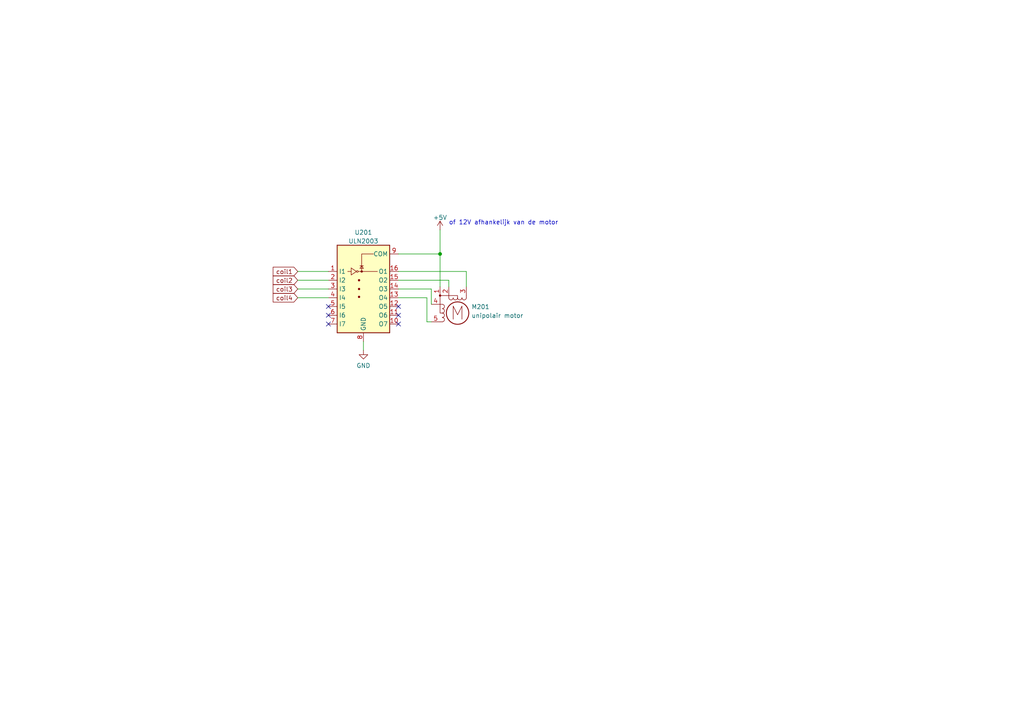
<source format=kicad_sch>
(kicad_sch (version 20211123) (generator eeschema)
  (paper "A4")
  (lib_symbols
    (symbol "Motor:Stepper_Motor_unipolar_5pin" (pin_names (offset 0) hide)
      (property "Reference" "M" (at 3.81 2.54 0))
      (property "Value" "Stepper_Motor_unipolar_5pin" (at 3.81 1.27 0))
      (symbol "Stepper_Motor_unipolar_5pin_0_0"
        (polyline (pts (xy -1.27 -1.778) (xy -1.27 2.032) (xy 0 -0.508) (xy 1.27 2.032) (xy 1.27 -1.778)))
      )
      (symbol "Stepper_Motor_unipolar_5pin_0_1"
        (circle (center -5.08 5.08) (radius 0.0001) (fill (type outline)))
        (circle (center -5.08 5.08) (radius 0.254) (fill (type outline)))
        (arc (start -4.445 -2.54) (mid -3.81 -1.905) (end -4.445 -1.27))
        (arc (start -4.445 -1.27) (mid -3.81 -0.635) (end -4.445 0))
        (arc (start -4.445 0) (mid -3.81 0.635) (end -4.445 1.27))
        (arc (start -4.445 1.27) (mid -3.81 1.905) (end -4.445 2.54))
        (arc (start -2.54 4.445) (mid -1.905 3.81) (end -1.27 4.445))
        (arc (start -1.27 4.445) (mid -0.635 3.81) (end 0 4.445))
        (polyline (pts (xy -5.08 -2.54) (xy -4.445 -2.54)))
        (polyline (pts (xy -5.08 2.54) (xy -4.445 2.54)))
        (polyline (pts (xy -2.54 4.445) (xy -2.54 5.08)))
        (polyline (pts (xy 2.54 4.445) (xy 2.54 5.08)))
        (polyline (pts (xy -5.08 5.08) (xy -5.08 0) (xy -4.445 0)))
        (polyline (pts (xy 0 4.445) (xy 0 5.08) (xy -5.08 5.08)))
        (circle (center 0 0) (radius 3.2512) (stroke (width 0.254)))
        (arc (start 0 4.445) (mid 0.635 3.81) (end 1.27 4.445))
        (arc (start 1.27 4.445) (mid 1.905 3.81) (end 2.54 4.445))
      )
      (symbol "Stepper_Motor_unipolar_5pin_1_1"
        (pin passive line (at -5.08 7.62 270) (length 2.54) (name "~") (number "1"))
        (pin passive line (at -2.54 7.62 270) (length 2.54) (name "~") (number "2"))
        (pin passive line (at 2.54 7.62 270) (length 2.54) (name "-") (number "3"))
        (pin passive line (at -7.62 2.54 0) (length 2.54) (name "~") (number "4"))
        (pin passive line (at -7.62 -2.54 0) (length 2.54) (name "~") (number "5"))
      )
    )
    (symbol "Transistor_Array:ULN2003"
      (property "Reference" "U" (at 0 15.875 0))
      (property "Value" "ULN2003" (at 0 13.97 0))
      (symbol "ULN2003_0_1"
        (rectangle (start -7.62 -12.7) (end 7.62 12.7) (stroke (width 0.254)) (fill (type background)))
        (circle (center -1.778 5.08) (radius 0.254))
        (circle (center -1.27 -2.286) (radius 0.254) (fill (type outline)))
        (circle (center -1.27 0) (radius 0.254) (fill (type outline)))
        (circle (center -1.27 2.54) (radius 0.254) (fill (type outline)))
        (circle (center -0.508 5.08) (radius 0.254) (fill (type outline)))
        (polyline (pts (xy -4.572 5.08) (xy -3.556 5.08)))
        (polyline (pts (xy -1.524 5.08) (xy 4.064 5.08)))
        (polyline (pts (xy 0 6.731) (xy -1.016 6.731)))
        (polyline (pts (xy -0.508 5.08) (xy -0.508 10.16) (xy 2.921 10.16)))
        (polyline (pts (xy -3.556 6.096) (xy -3.556 4.064) (xy -2.032 5.08) (xy -3.556 6.096)))
        (polyline (pts (xy 0 5.969) (xy -1.016 5.969) (xy -0.508 6.731) (xy 0 5.969)))
      )
      (symbol "ULN2003_1_1"
        (pin input line (at -10.16 5.08 0) (length 2.54) (name "I1") (number "1"))
        (pin open_collector line (at 10.16 -10.16 180) (length 2.54) (name "O7") (number "10"))
        (pin open_collector line (at 10.16 -7.62 180) (length 2.54) (name "O6") (number "11"))
        (pin open_collector line (at 10.16 -5.08 180) (length 2.54) (name "O5") (number "12"))
        (pin open_collector line (at 10.16 -2.54 180) (length 2.54) (name "O4") (number "13"))
        (pin open_collector line (at 10.16 0 180) (length 2.54) (name "O3") (number "14"))
        (pin open_collector line (at 10.16 2.54 180) (length 2.54) (name "O2") (number "15"))
        (pin open_collector line (at 10.16 5.08 180) (length 2.54) (name "O1") (number "16"))
        (pin input line (at -10.16 2.54 0) (length 2.54) (name "I2") (number "2"))
        (pin input line (at -10.16 0 0) (length 2.54) (name "I3") (number "3"))
        (pin input line (at -10.16 -2.54 0) (length 2.54) (name "I4") (number "4"))
        (pin input line (at -10.16 -5.08 0) (length 2.54) (name "I5") (number "5"))
        (pin input line (at -10.16 -7.62 0) (length 2.54) (name "I6") (number "6"))
        (pin input line (at -10.16 -10.16 0) (length 2.54) (name "I7") (number "7"))
        (pin power_in line (at 0 -15.24 90) (length 2.54) (name "GND") (number "8"))
        (pin passive line (at 10.16 10.16 180) (length 2.54) (name "COM") (number "9"))
      )
    )
    (symbol "power:+5V" (power) (pin_names (offset 0))
      (property "Value" "+5V" (at 0 3.556 0))
      (symbol "+5V_0_1"
        (polyline (pts (xy -0.762 1.27) (xy 0 2.54)))
        (polyline (pts (xy 0 0) (xy 0 2.54)))
        (polyline (pts (xy 0 2.54) (xy 0.762 1.27)))
      )
      (symbol "+5V_1_1"
        (pin power_in line (at 0 0 90) (length 0) hide (name "+5V") (number "1"))
      )
    )
    (symbol "power:GND" (power) (pin_names (offset 0))
      (property "Value" "GND" (at 0 -3.81 0))
      (symbol "GND_0_1"
        (polyline (pts (xy 0 0) (xy 0 -1.27) (xy 1.27 -1.27) (xy 0 -2.54) (xy -1.27 -1.27) (xy 0 -1.27)))
      )
      (symbol "GND_1_1"
        (pin power_in line (at 0 0 270) (length 0) hide (name "GND") (number "1"))
      )
    )
  )
  (junction (at 127.635 73.66))
  (no_connect (at 95.25 88.9))
  (no_connect (at 115.57 91.44))
  (no_connect (at 115.57 88.9))
  (no_connect (at 95.25 93.98))
  (no_connect (at 95.25 91.44))
  (no_connect (at 115.57 93.98))
  (wire (pts (xy 86.36 81.28) (xy 95.25 81.28)))
  (wire (pts (xy 127.635 66.675) (xy 127.635 73.66)))
  (wire (pts (xy 86.36 86.36) (xy 95.25 86.36)))
  (wire (pts (xy 115.57 78.74) (xy 135.255 78.74)))
  (wire (pts (xy 86.36 78.74) (xy 95.25 78.74)))
  (wire (pts (xy 123.825 86.36) (xy 115.57 86.36)))
  (wire (pts (xy 125.095 93.345) (xy 123.825 93.345)))
  (wire (pts (xy 135.255 78.74) (xy 135.255 83.185)))
  (wire (pts (xy 125.095 83.82) (xy 115.57 83.82)))
  (wire (pts (xy 127.635 73.66) (xy 127.635 83.185)))
  (wire (pts (xy 130.175 83.185) (xy 130.175 81.28)))
  (wire (pts (xy 86.36 83.82) (xy 95.25 83.82)))
  (wire (pts (xy 115.57 73.66) (xy 127.635 73.66)))
  (wire (pts (xy 105.41 99.06) (xy 105.41 101.6)))
  (wire (pts (xy 123.825 93.345) (xy 123.825 86.36)))
  (wire (pts (xy 130.175 81.28) (xy 115.57 81.28)))
  (wire (pts (xy 125.095 83.82) (xy 125.095 88.265)))
  (text "of 12V afhankelijk van de motor\n" (at 130.175 65.405 0) (effects (font (size 1.27 1.27)) (justify left bottom)))
  (global_label "coil4" (shape input) (at 86.36 86.36 180) (property "Intersheet References" "${INTERSHEET_REFS}" (effects hide)))
  (global_label "coil3" (shape input) (at 86.36 83.82 180) (property "Intersheet References" "${INTERSHEET_REFS}" (effects hide)))
  (global_label "coil1" (shape input) (at 86.36 78.74 180) (property "Intersheet References" "${INTERSHEET_REFS}" (effects hide)))
  (global_label "coil2" (shape input) (at 86.36 81.28 180) (property "Intersheet References" "${INTERSHEET_REFS}" (effects hide)))
  (symbol (lib_id "power:GND") (at 105.41 101.6 0) (unit 1)
    (property "Reference" "#PWR0201" (effects hide))
    (property "Value" "GND" (at 105.41 106.0434 0))
  )
  (symbol (lib_id "Transistor_Array:ULN2003") (at 105.41 83.82 0) (unit 1)
    (property "Reference" "U201" (at 105.41 67.4202 0))
    (property "Value" "ULN2003" (at 105.41 69.9571 0))
    (property "Datasheet" "http://www.ti.com/lit/ds/symlink/uln2003a.pdf" (effects hide))
  )
  (symbol (lib_id "Motor:Stepper_Motor_unipolar_5pin") (at 132.715 90.805 0) (unit 1)
    (property "Reference" "M201" (at 136.7282 88.9924 0) (effects (justify left)))
    (property "Value" "unipolair motor" (at 136.7282 91.5293 0) (effects (justify left)))
    (property "Datasheet" "http://www.infineon.com/dgdl/Application-Note-TLE8110EE_driving_UniPolarStepperMotor_V1.1.pdf?fileId=db3a30431be39b97011be5d0aa0a00b0" (effects hide))
  )
  (symbol (lib_id "power:+5V") (at 127.635 66.675 0) (unit 1)
    (property "Reference" "#PWR0202" (effects hide))
    (property "Value" "+5V" (at 127.635 63.0992 0))
  )
)
</source>
